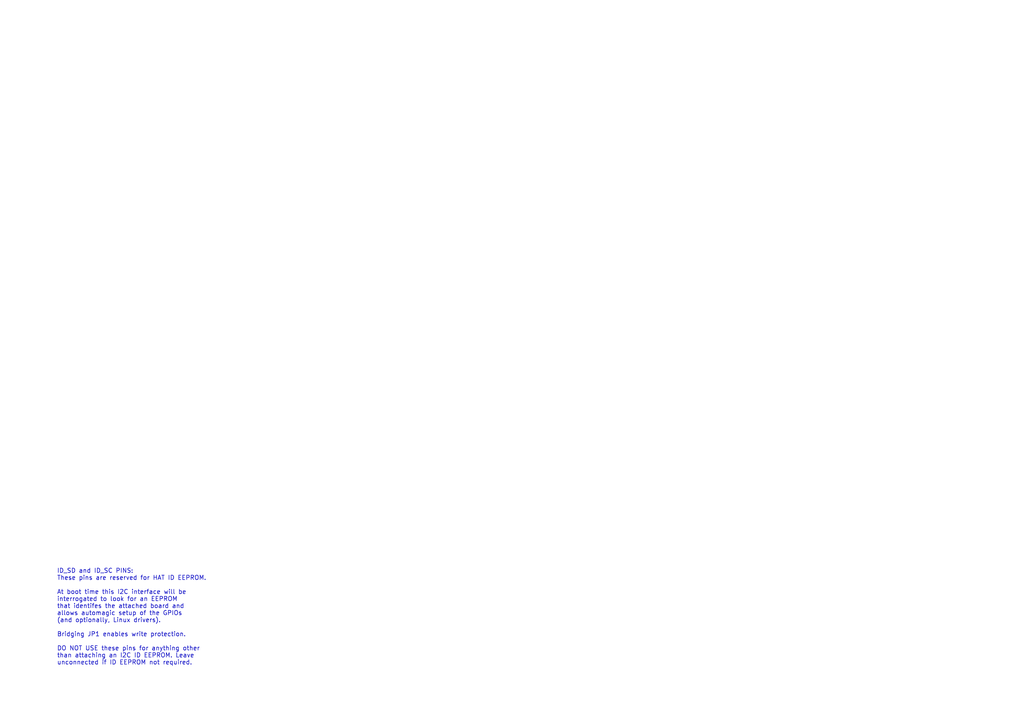
<source format=kicad_sch>
(kicad_sch
	(version 20231120)
	(generator "eeschema")
	(generator_version "8.0")
	(uuid "e63e39d7-6ac0-4ffd-8aa3-1841a4541b55")
	(paper "A4")
	(title_block
		(date "15 nov 2012")
	)
	(lib_symbols)
	(text "ID_SD and ID_SC PINS:\nThese pins are reserved for HAT ID EEPROM.\n\nAt boot time this I2C interface will be\ninterrogated to look for an EEPROM\nthat identifes the attached board and\nallows automagic setup of the GPIOs\n(and optionally, Linux drivers).\n\nBridging JP1 enables write protection.\n\nDO NOT USE these pins for anything other\nthan attaching an I2C ID EEPROM. Leave\nunconnected if ID EEPROM not required."
		(exclude_from_sim no)
		(at 16.51 193.04 0)
		(effects
			(font
				(size 1.27 1.27)
			)
			(justify left bottom)
		)
		(uuid "8714082a-55fe-4a29-9d48-99ae1ef73073")
	)
	(sheet_instances
		(path "/"
			(page "1")
		)
	)
)

</source>
